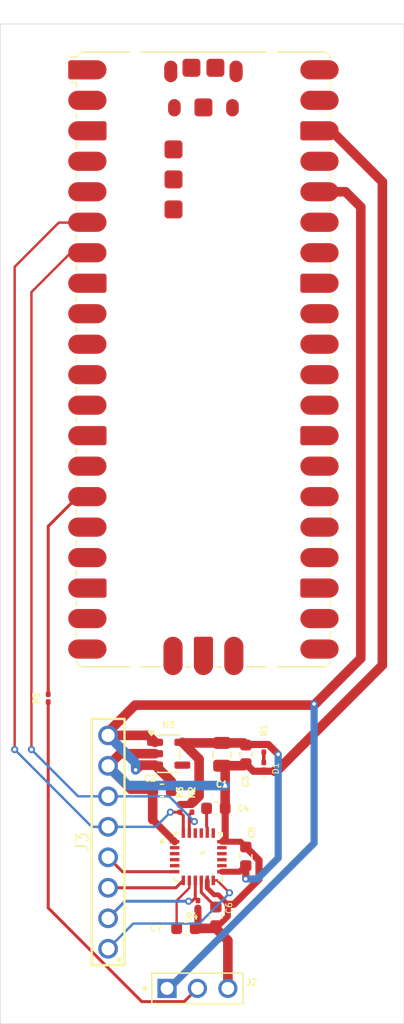
<source format=kicad_pcb>
(kicad_pcb (version 20241229) (generator "pcbnew") (generator_version "9.0")
  (layers (0 "F.Cu" signal) (2 "B.Cu" signal) (13 "F.Paste" user) (15 "B.Paste" user) (5 "F.SilkS" user "F.Silkscreen") (7 "B.SilkS" user "B.Silkscreen") (1 "F.Mask" user) (3 "B.Mask" user) (25 "Edge.Cuts" user))
  (net 0 "")
  (net 1 "+3.3V")
  (net 2 "Earth")
  (net 3 "+5V")
  (net 4 "Net-(U2-CPOUT)")
  (net 5 "Net-(U2-REGOUT)")
  (net 6 "Net-(U2-VLOGIC)")
  (net 7 "Net-(D1-A)")
  (net 8 "/ADO")
  (net 9 "/XCL")
  (net 10 "/SCL")
  (net 11 "/XDA")
  (net 12 "/SDA")
  (net 13 "/INT")
  (net 14 "/Din")
  (net 16 "Net-(U2-NC-Pad14)")
  (net 20 "/GP11")
  (footprint "Resistor_SMD:R_0201_0603Metric" (layer "F.Cu") (at 31.5 87.32 -90)
    (property "Reference" "R5" (at 0 1 90) (layer "F.SilkS") (effects (font (size 0.5 0.5) (thickness 0.125))))
    (property "Value" "330" (hide yes))
    (pad "1" smd roundrect (at -0.32 0 270) (size 0.46 0.4) (layers "F.Cu" "F.Mask") (net 20 "/GP11"))
    (pad "2" smd roundrect (at 0.32 0 270) (size 0.46 0.4) (layers "F.Cu" "F.Mask") (net 14 "/Din"))
  )
  (footprint "Resistor_SMD:R_0201_0603Metric" (layer "F.Cu") (at 49.5 91.5 -90)
    (property "Reference" "R1" (at -1.5 0 90) (layer "F.SilkS") (effects (font (size 0.5 0.5) (thickness 0.125))))
    (property "Value" "1K" (hide yes))
    (pad "1" smd roundrect (at -0.32 0 270) (size 0.46 0.4) (layers "F.Cu" "F.Mask") (net 1 "+3.3V"))
    (pad "2" smd roundrect (at 0.32 0 270) (size 0.46 0.4) (layers "F.Cu" "F.Mask") (net 7 "Net-(D1-A)"))
  )
  (footprint "LED_SMD:LED_0201_0603Metric" (layer "F.Cu") (at 49.5 93 90)
    (property "Reference" "D1" (at -0.18 1 90) (layer "F.SilkS") (effects (font (size 0.5 0.5) (thickness 0.075))))
    (property "Value" "LED" (hide yes))
    (fp_circle (center -0.86 0) (end -0.81 0) (stroke (width 0.1)) (fill no) (layer "F.SilkS"))
    (pad "1" smd roundrect (at -0.32 0 90) (size 0.46 0.4) (layers "F.Cu" "F.Mask") (net 2 "Earth"))
    (pad "2" smd roundrect (at 0.32 0 90) (size 0.46 0.4) (layers "F.Cu" "F.Mask") (net 7 "Net-(D1-A)"))
  )
  (footprint "Resistor_SMD:R_0201_0603Metric" (layer "F.Cu") (at 42.5 96.5 -90)
    (property "Reference" "R3" (at -1.32 0 90) (layer "F.SilkS") (effects (font (size 0.5 0.5) (thickness 0.125))))
    (property "Value" "2.2K" (hide yes))
    (pad "1" smd roundrect (at -0.32 0 270) (size 0.46 0.4) (layers "F.Cu" "F.Mask") (net 1 "+3.3V"))
    (pad "2" smd roundrect (at 0.32 0 270) (size 0.46 0.4) (layers "F.Cu" "F.Mask") (net 12 "/SDA"))
  )
  (footprint "Resistor_SMD:R_0201_0603Metric" (layer "F.Cu") (at 44 104.5 -90)
    (property "Reference" "R4" (at 1 0.5 180) (layer "F.SilkS") (effects (font (size 0.5 0.5) (thickness 0.125))))
    (property "Value" "4.7K" (hide yes))
    (pad "1" smd roundrect (at -0.32 0 270) (size 0.46 0.4) (layers "F.Cu" "F.Mask") (net 8 "/ADO"))
    (pad "2" smd roundrect (at 0.32 0 270) (size 0.46 0.4) (layers "F.Cu" "F.Mask") (net 2 "Earth"))
  )
  (footprint "Package_TO_SOT_SMD:SOT-23-5" (layer "F.Cu") (at 41.5625 91.95)
    (property "Reference" "U3" (at 0 -2.4 0) (layer "F.SilkS") (effects (font (size 0.5 0.5) (thickness 0.125))))
    (property "Value" "RT9193-33GB (3.3 LDO)" (hide yes))
    (fp_line (start -0.91 -1.56) (end 0.91 -1.56) (stroke (width 0.12)) (layer "F.SilkS"))
    (fp_line (start -0.91 -1.51) (end -0.91 -1.56) (stroke (width 0.12)) (layer "F.SilkS"))
    (fp_line (start -0.91 1.56) (end -0.91 1.51) (stroke (width 0.12)) (layer "F.SilkS"))
    (fp_line (start 0.91 -1.56) (end 0.91 -1.51) (stroke (width 0.12)) (layer "F.SilkS"))
    (fp_line (start 0.91 -0.39) (end 0.91 0.39) (stroke (width 0.12)) (layer "F.SilkS"))
    (fp_line (start 0.91 1.51) (end 0.91 1.56) (stroke (width 0.12)) (layer "F.SilkS"))
    (fp_line (start 0.91 1.56) (end -0.91 1.56) (stroke (width 0.12)) (layer "F.SilkS"))
    (fp_poly (pts (xy -1.45 -1.51) (xy -1.69 -1.84) (xy -1.21 -1.84)) (stroke (width 0.12)) (fill yes) (layer "F.SilkS"))
    (pad "1" smd roundrect (at -1.1375 -0.95) (size 1.325 0.6) (layers "F.Cu" "F.Mask" "F.Paste") (net 3 "+5V"))
    (pad "2" smd roundrect (at -1.1375 0) (size 1.325 0.6) (layers "F.Cu" "F.Mask" "F.Paste") (net 2 "Earth"))
    (pad "3" smd roundrect (at -1.1375 0.95) (size 1.325 0.6) (layers "F.Cu" "F.Mask" "F.Paste") (net 3 "+5V"))
    (pad "4" smd roundrect (at 1.1375 0.95) (size 1.325 0.6) (layers "F.Cu" "F.Mask" "F.Paste"))
    (pad "5" smd roundrect (at 1.1375 -0.95) (size 1.325 0.6) (layers "F.Cu" "F.Mask" "F.Paste") (net 1 "+3.3V"))
  )
  (footprint "Capacitor_SMD:C_0603_1608Metric" (layer "F.Cu") (at 41 95 180)
    (property "Reference" "C2" (at 1 1 0) (layer "F.SilkS") (effects (font (size 0.5 0.5) (thickness 0.125))))
    (property "Value" "4.7uF" (hide yes))
    (fp_line (start -0.14058 0.51) (end 0.14058 0.51) (stroke (width 0.12)) (layer "F.SilkS"))
    (fp_line (start -0.14058 -0.51) (end 0.14058 -0.51) (stroke (width 0.12)) (layer "F.SilkS"))
    (pad "1" smd roundrect (at -0.775 0 180) (size 0.9 0.95) (layers "F.Cu" "F.Mask" "F.Paste") (net 3 "+5V"))
    (pad "2" smd roundrect (at 0.775 0 180) (size 0.9 0.95) (layers "F.Cu" "F.Mask" "F.Paste") (net 2 "Earth"))
  )
  (footprint "Capacitor_SMD:C_0805_2012Metric" (layer "F.Cu") (at 46 92 -90)
    (property "Reference" "C1" (at 2.5 0 0) (layer "F.SilkS") (effects (font (size 0.5 0.5) (thickness 0.125))))
    (property "Value" "10uF" (hide yes))
    (fp_line (start -0.261252 0.735) (end 0.261252 0.735) (stroke (width 0.12)) (layer "F.SilkS"))
    (fp_line (start -0.261252 -0.735) (end 0.261252 -0.735) (stroke (width 0.12)) (layer "F.SilkS"))
    (pad "1" smd roundrect (at -0.95 0 270) (size 1 1.45) (layers "F.Cu" "F.Mask" "F.Paste") (net 1 "+3.3V"))
    (pad "2" smd roundrect (at 0.95 0 270) (size 1 1.45) (layers "F.Cu" "F.Mask" "F.Paste") (net 2 "Earth"))
  )
  (footprint "Capacitor_SMD:C_0603_1608Metric" (layer "F.Cu") (at 45.5 96.5)
    (property "Reference" "C4" (at 2.275 0.01 0) (layer "F.SilkS") (effects (font (size 0.5 0.5) (thickness 0.125))))
    (property "Value" "2200pF" (hide yes))
    (fp_line (start -0.14058 -0.51) (end 0.14058 -0.51) (stroke (width 0.12)) (layer "F.SilkS"))
    (fp_line (start -0.14058 0.51) (end 0.14058 0.51) (stroke (width 0.12)) (layer "F.SilkS"))
    (pad "1" smd roundrect (at -0.775 0) (size 0.9 0.95) (layers "F.Cu" "F.Mask" "F.Paste") (net 4 "Net-(U2-CPOUT)"))
    (pad "2" smd roundrect (at 0.775 0) (size 0.9 0.95) (layers "F.Cu" "F.Mask" "F.Paste") (net 2 "Earth"))
  )
  (footprint "Capacitor_SMD:C_0603_1608Metric" (layer "F.Cu") (at 43 106.5)
    (property "Reference" "C7" (at -2.5 0 0) (layer "F.SilkS") (effects (font (size 0.5 0.5) (thickness 0.075))))
    (property "Value" "0.01uF" (hide yes))
    (fp_line (start -0.14058 -0.51) (end 0.14058 -0.51) (stroke (width 0.12)) (layer "F.SilkS"))
    (fp_line (start -0.14058 0.51) (end 0.14058 0.51) (stroke (width 0.12)) (layer "F.SilkS"))
    (pad "1" smd roundrect (at -0.775 0) (size 0.9 0.95) (layers "F.Cu" "F.Mask" "F.Paste") (net 6 "Net-(U2-VLOGIC)"))
    (pad "2" smd roundrect (at 0.775 0) (size 0.9 0.95) (layers "F.Cu" "F.Mask" "F.Paste") (net 2 "Earth"))
  )
  (footprint "Capacitor_SMD:C_0603_1608Metric" (layer "F.Cu") (at 48 92 -90)
    (property "Reference" "C3" (at 2.275 0.02 90) (layer "F.SilkS") (effects (font (size 0.5 0.5) (thickness 0.125))))
    (property "Value" "0.1uF" (hide yes))
    (fp_line (start -0.14058 0.51) (end 0.14058 0.51) (stroke (width 0.12)) (layer "F.SilkS"))
    (fp_line (start -0.14058 -0.51) (end 0.14058 -0.51) (stroke (width 0.12)) (layer "F.SilkS"))
    (pad "1" smd roundrect (at -0.775 0 270) (size 0.9 0.95) (layers "F.Cu" "F.Mask" "F.Paste") (net 1 "+3.3V"))
    (pad "2" smd roundrect (at 0.775 0 270) (size 0.9 0.95) (layers "F.Cu" "F.Mask" "F.Paste") (net 2 "Earth"))
  )
  (footprint "Module:RaspberryPi_Pico_SMD" (layer "F.Cu") (at 44.46 59.1)
    (property "Reference" "U1" (hide yes))
    (property "Value" "RASPBERRY_PI_PICO")
    (fp_line (start -10.61 -23.07) (end -11.09 -23.07) (stroke (width 0.12)) (layer "F.SilkS"))
    (fp_line (start -10.61 -23.07) (end -10.61 -22.65) (stroke (width 0.12)) (layer "F.SilkS"))
    (fp_line (start -10.61 -20.53) (end -10.61 -20.11) (stroke (width 0.12)) (layer "F.SilkS"))
    (fp_line (start -10.61 -17.99) (end -10.61 -17.57) (stroke (width 0.12)) (layer "F.SilkS"))
    (fp_line (start -10.61 -15.45) (end -10.61 -15.03) (stroke (width 0.12)) (layer "F.SilkS"))
    (fp_line (start -10.61 -12.91) (end -10.61 -12.49) (stroke (width 0.12)) (layer "F.SilkS"))
    (fp_line (start -10.61 -10.37) (end -10.61 -9.95) (stroke (width 0.12)) (layer "F.SilkS"))
    (fp_line (start -10.61 -7.83) (end -10.61 -7.41) (stroke (width 0.12)) (layer "F.SilkS"))
    (fp_line (start -10.61 -5.29) (end -10.61 -4.87) (stroke (width 0.12)) (layer "F.SilkS"))
    (fp_line (start -10.61 -2.75) (end -10.61 -2.33) (stroke (width 0.12)) (layer "F.SilkS"))
    (fp_line (start -10.61 -0.21) (end -10.61 0.21) (stroke (width 0.12)) (layer "F.SilkS"))
    (fp_line (start -10.61 2.33) (end -10.61 2.75) (stroke (width 0.12)) (layer "F.SilkS"))
    (fp_line (start -10.61 4.87) (end -10.61 5.29) (stroke (width 0.12)) (layer "F.SilkS"))
    (fp_line (start -10.61 7.41) (end -10.61 7.83) (stroke (width 0.12)) (layer "F.SilkS"))
    (fp_line (start -10.61 9.95) (end -10.61 10.37) (stroke (width 0.12)) (layer "F.SilkS"))
    (fp_line (start -10.61 12.49) (end -10.61 12.91) (stroke (width 0.12)) (layer "F.SilkS"))
    (fp_line (start -10.61 15.03) (end -10.61 15.45) (stroke (width 0.12)) (layer "F.SilkS"))
    (fp_line (start -10.61 17.57) (end -10.61 17.99) (stroke (width 0.12)) (layer "F.SilkS"))
    (fp_line (start -10.61 20.11) (end -10.61 20.53) (stroke (width 0.12)) (layer "F.SilkS"))
    (fp_line (start -10.61 22.65) (end -10.61 23.07) (stroke (width 0.12)) (layer "F.SilkS"))
    (fp_line (start -10.579676 -25.19) (end -11.09 -25.19) (stroke (width 0.12)) (layer "F.SilkS"))
    (fp_line (start -10 -25.61) (end -7.51 -25.61) (stroke (width 0.12)) (layer "F.SilkS"))
    (fp_line (start -10 25.61) (end -6.162061 25.61) (stroke (width 0.12)) (layer "F.SilkS"))
    (fp_line (start -7.51 -25.61) (end -6.16206 -25.61) (stroke (width 0.12)) (layer "F.SilkS"))
    (fp_line (start -5.237939 -25.61) (end -4.235 -25.61) (stroke (width 0.12)) (layer "F.SilkS"))
    (fp_line (start -4.235 -25.61) (end 4.235 -25.61) (stroke (width 0.12)) (layer "F.SilkS"))
    (fp_line (start -3.6 25.61) (end -5.237939 25.61) (stroke (width 0.12)) (layer "F.SilkS"))
    (fp_line (start -1.48 25.61) (end -1.06 25.61) (stroke (width 0.12)) (layer "F.SilkS"))
    (fp_line (start 1.06 25.61) (end 1.48 25.61) (stroke (width 0.12)) (layer "F.SilkS"))
    (fp_line (start 4.235 -25.61) (end 5.237939 -25.61) (stroke (width 0.12)) (layer "F.SilkS"))
    (fp_line (start 5.237939 25.61) (end 3.6 25.61) (stroke (width 0.12)) (layer "F.SilkS"))
    (fp_line (start 6.162061 -25.61) (end 7.51 -25.61) (stroke (width 0.12)) (layer "F.SilkS"))
    (fp_line (start 6.162061 25.61) (end 10 25.61) (stroke (width 0.12)) (layer "F.SilkS"))
    (fp_line (start 10 -25.61) (end 7.51 -25.61) (stroke (width 0.12)) (layer "F.SilkS"))
    (fp_line (start 10.61 -23.07) (end 10.61 -22.65) (stroke (width 0.12)) (layer "F.SilkS"))
    (fp_line (start 10.61 -20.53) (end 10.61 -20.11) (stroke (width 0.12)) (layer "F.SilkS"))
    (fp_line (start 10.61 -17.99) (end 10.61 -17.57) (stroke (width 0.12)) (layer "F.SilkS"))
    (fp_line (start 10.61 -15.45) (end 10.61 -15.03) (stroke (width 0.12)) (layer "F.SilkS"))
    (fp_line (start 10.61 -12.91) (end 10.61 -12.49) (stroke (width 0.12)) (layer "F.SilkS"))
    (fp_line (start 10.61 -10.37) (end 10.61 -9.95) (stroke (width 0.12)) (layer "F.SilkS"))
    (fp_line (start 10.61 -7.83) (end 10.61 -7.41) (stroke (width 0.12)) (layer "F.SilkS"))
    (fp_line (start 10.61 -5.29) (end 10.61 -4.87) (stroke (width 0.12)) (layer "F.SilkS"))
    (fp_line (start 10.61 -2.75) (end 10.61 -2.33) (stroke (width 0.12)) (layer "F.SilkS"))
    (fp_line (start 10.61 -0.21) (end 10.61 0.21) (stroke (width 0.12)) (layer "F.SilkS"))
    (fp_line (start 10.61 2.33) (end 10.61 2.75) (stroke (width 0.12)) (layer "F.SilkS"))
    (fp_line (start 10.61 4.87) (end 10.61 5.29) (stroke (width 0.12)) (layer "F.SilkS"))
    (fp_line (start 10.61 7.41) (end 10.61 7.83) (stroke (width 0.12)) (layer "F.SilkS"))
    (fp_line (start 10.61 9.95) (end 10.61 10.37) (stroke (width 0.12)) (layer "F.SilkS"))
    (fp_line (start 10.61 12.49) (end 10.61 12.91) (stroke (width 0.12)) (layer "F.SilkS"))
    (fp_line (start 10.61 15.03) (end 10.61 15.45) (stroke (width 0.12)) (layer "F.SilkS"))
    (fp_line (start 10.61 17.57) (end 10.61 17.99) (stroke (width 0.12)) (layer "F.SilkS"))
    (fp_line (start 10.61 20.11) (end 10.61 20.53) (stroke (width 0.12)) (layer "F.SilkS"))
    (fp_line (start 10.61 22.65) (end 10.61 23.07) (stroke (width 0.12)) (layer "F.SilkS"))
    (fp_arc (start -10.579676 -25.19) (mid -10.357938 -25.493944) (end -10 -25.61) (stroke (width 0.12)) (layer "F.SilkS"))
    (fp_arc (start -10 25.61) (mid -10.357937 25.493944) (end -10.579676 25.189937) (stroke (width 0.12)) (layer "F.SilkS"))
    (fp_arc (start 10 -25.61) (mid 10.357937 -25.493944) (end 10.579676 -25.189937) (stroke (width 0.12)) (layer "F.SilkS"))
    (fp_arc (start 10.579676 25.189937) (mid 10.357958 25.493991) (end 10 25.61) (stroke (width 0.12)) (layer "F.SilkS"))
    (pad "" smd rect (at -8.89 -24.13) (size 3.8 2.2) (drill (offset -0.8 0)) (layers "F.Paste"))
    (pad "" smd rect (at -8.89 -21.59) (size 3.8 2.2) (drill (offset -0.8 0)) (layers "F.Paste"))
    (pad "" smd rect (at -8.89 -19.05) (size 3.8 2.2) (drill (offset -0.8 0)) (layers "F.Paste"))
    (pad "" smd rect (at -8.89 -16.51) (size 3.8 2.2) (drill (offset -0.8 0)) (layers "F.Paste"))
    (pad "" smd rect (at -8.89 -13.97) (size 3.8 2.2) (drill (offset -0.8 0)) (layers "F.Paste"))
    (pad "" smd rect (at -8.89 -11.43) (size 3.8 2.2) (drill (offset -0.8 0)) (layers "F.Paste"))
    (pad "" smd rect (at -8.89 -8.89) (size 3.8 2.2) (drill (offset -0.8 0)) (layers "F.Paste"))
    (pad "" smd rect (at -8.89 -6.35) (size 3.8 2.2) (drill (offset -0.8 0)) (layers "F.Paste"))
    (pad "" smd rect (at -8.89 -3.81) (size 3.8 2.2) (drill (offset -0.8 0)) (layers "F.Paste"))
    (pad "" smd rect (at -8.89 -1.27) (size 3.8 2.2) (drill (offset -0.8 0)) (layers "F.Paste"))
    (pad "" smd rect (at -8.89 1.27) (size 3.8 2.2) (drill (offset -0.8 0)) (layers "F.Paste"))
    (pad "" smd rect (at -8.89 3.81) (size 3.8 2.2) (drill (offset -0.8 0)) (layers "F.Paste"))
    (pad "" smd rect (at -8.89 6.35) (size 3.8 2.2) (drill (offset -0.8 0)) (layers "F.Paste"))
    (pad "" smd rect (at -8.89 8.89) (size 3.8 2.2) (drill (offset -0.8 0)) (layers "F.Paste"))
    (pad "" smd rect (at -8.89 11.43) (size 3.8 2.2) (drill (offset -0.8 0)) (layers "F.Paste"))
    (pad "" smd rect (at -8.89 13.97) (size 3.8 2.2) (drill (offset -0.8 0)) (layers "F.Paste"))
    (pad "" smd rect (at -8.89 16.51) (size 3.8 2.2) (drill (offset -0.8 0)) (layers "F.Paste"))
    (pad "" smd rect (at -8.89 19.05) (size 3.8 2.2) (drill (offset -0.8 0)) (layers "F.Paste"))
    (pad "" smd rect (at -8.89 21.59) (size 3.8 2.2) (drill (offset -0.8 0)) (layers "F.Paste"))
    (pad "" smd rect (at -8.89 24.13) (size 3.8 2.2) (drill (offset -0.8 0)) (layers "F.Paste"))
    (pad "" smd oval (at -2.725 -24) (size 1.1 1.8) (layers "F.Cu" "F.Mask" "F.Paste"))
    (pad "" smd rect (at -2.54 23.9) (size 2.2 3.8) (drill (offset 0 0.8)) (layers "F.Paste"))
    (pad "" smd oval (at -2.425 -20.97) (size 1.05 1.45) (layers "F.Cu" "F.Mask" "F.Paste"))
    (pad "" smd rect (at 0 23.9) (size 2.2 3.8) (drill (offset 0 0.8)) (layers "F.Paste"))
    (pad "" smd oval (at 2.425 -20.97) (size 1.05 1.45) (layers "F.Cu" "F.Mask" "F.Paste"))
    (pad "" smd rect (at 2.54 23.9) (size 2.2 3.8) (drill (offset 0 0.8)) (layers "F.Paste"))
    (pad "" smd oval (at 2.725 -24) (size 1.1 1.8) (layers "F.Cu" "F.Mask" "F.Paste"))
    (pad "" smd rect (at 8.89 -24.13) (size 3.8 2.2) (drill (offset 0.8 0)) (layers "F.Paste"))
    (pad "" smd rect (at 8.89 -21.59) (size 3.8 2.2) (drill (offset 0.8 0)) (layers "F.Paste"))
    (pad "" smd rect (at 8.89 -19.05) (size 3.8 2.2) (drill (offset 0.8 0)) (layers "F.Paste"))
    (pad "" smd rect (at 8.89 -16.51) (size 3.8 2.2) (drill (offset 0.8 0)) (layers "F.Paste"))
    (pad "" smd rect (at 8.89 -13.97) (size 3.8 2.2) (drill (offset 0.8 0)) (layers "F.Paste"))
    (pad "" smd rect (at 8.89 -11.43) (size 3.8 2.2) (drill (offset 0.8 0)) (layers "F.Paste"))
    (pad "" smd rect (at 8.89 -8.89) (size 3.8 2.2) (drill (offset 0.8 0)) (layers "F.Paste"))
    (pad "" smd rect (at 8.89 -6.35) (size 3.8 2.2) (drill (offset 0.8 0)) (layers "F.Paste"))
    (pad "" smd rect (at 8.89 -3.81) (size 3.8 2.2) (drill (offset 0.8 0)) (layers "F.Paste"))
    (pad "" smd rect (at 8.89 -1.27) (size 3.8 2.2) (drill (offset 0.8 0)) (layers "F.Paste"))
    (pad "" smd rect (at 8.89 1.27) (size 3.8 2.2) (drill (offset 0.8 0)) (layers "F.Paste"))
    (pad "" smd rect (at 8.89 3.81) (size 3.8 2.2) (drill (offset 0.8 0)) (layers "F.Paste"))
    (pad "" smd rect (at 8.89 6.35) (size 3.8 2.2) (drill (offset 0.8 0)) (layers "F.Paste"))
    (pad "" smd rect (at 8.89 8.89) (size 3.8 2.2) (drill (offset 0.8 0)) (layers "F.Paste"))
    (pad "" smd rect (at 8.89 11.43) (size 3.8 2.2) (drill (offset 0.8 0)) (layers "F.Paste"))
    (pad "" smd rect (at 8.89 13.97) (size 3.8 2.2) (drill (offset 0.8 0)) (layers "F.Paste"))
    (pad "" smd rect (at 8.89 16.51) (size 3.8 2.2) (drill (offset 0.8 0)) (layers "F.Paste"))
    (pad "" smd rect (at 8.89 19.05) (size 3.8 2.2) (drill (offset 0.8 0)) (layers "F.Paste"))
    (pad "" smd rect (at 8.89 21.59) (size 3.8 2.2) (drill (offset 0.8 0)) (layers "F.Paste"))
    (pad "" smd rect (at 8.89 24.13) (size 3.8 2.2) (drill (offset 0.8 0)) (layers "F.Paste"))
    (pad "1" smd custom (at -9.69 -24.13) (size 1.6 0.8) (layers "F.Cu" "F.Mask") (options (clearance outline) (anchor rect)) (primitives (gr_circle (center 0.8 0) (end 1.6 0) (width 0) (fill yes)) (gr_poly (pts (xy -1.6 -0.6) (xy -1.6 0.6) (xy -1.4 0.8) (xy 0.8 0.8) (xy 0.8 -0.8) (xy -1.4 -0.8)) (width 0) (fill yes)) (gr_circle (center -1.4 -0.6) (end -1.2 -0.6) (width 0) (fill yes)) (gr_circle (center -1.4 0.6) (end -1.2 0.6) (width 0) (fill yes))))
    (pad "2" smd roundrect (at -9.69 -21.59) (size 3.2 1.6) (layers "F.Cu" "F.Mask") (roundrect_rratio 0.5))
    (pad "3" smd custom (at -9.69 -19.05) (size 1.6 0.8) (layers "F.Cu" "F.Mask") (options (clearance outline) (anchor rect)) (primitives (gr_circle (center -0.8 0) (end 0 0) (width 0) (fill yes)) (gr_poly (pts (xy 1.6 -0.6) (xy 1.6 0.6) (xy 1.4 0.8) (xy -0.8 0.8) (xy -0.8 -0.8) (xy 1.4 -0.8)) (width 0) (fill yes)) (gr_circle (center 1.4 -0.6) (end 1.6 -0.6) (width 0) (fill yes)) (gr_circle (center 1.4 0.6) (end 1.6 0.6) (width 0) (fill yes))))
    (pad "4" smd roundrect (at -9.69 -16.51) (size 3.2 1.6) (layers "F.Cu" "F.Mask") (roundrect_rratio 0.5))
    (pad "5" smd roundrect (at -9.69 -13.97) (size 3.2 1.6) (layers "F.Cu" "F.Mask") (roundrect_rratio 0.5))
    (pad "6" smd roundrect (at -9.69 -11.43) (size 3.2 1.6) (layers "F.Cu" "F.Mask") (roundrect_rratio 0.5))
    (pad "7" smd roundrect (at -9.69 -8.89) (size 3.2 1.6) (layers "F.Cu" "F.Mask") (roundrect_rratio 0.5))
    (pad "8" smd custom (at -9.69 -6.35) (size 1.6 0.8) (layers "F.Cu" "F.Mask") (options (clearance outline) (anchor rect)) (primitives (gr_circle (center -0.8 0) (end 0 0) (width 0) (fill yes)) (gr_poly (pts (xy 1.6 -0.6) (xy 1.6 0.6) (xy 1.4 0.8) (xy -0.8 0.8) (xy -0.8 -0.8) (xy 1.4 -0.8)) (width 0) (fill yes)) (gr_circle (center 1.4 -0.6) (end 1.6 -0.6) (width 0) (fill yes)) (gr_circle (center 1.4 0.6) (end 1.6 0.6) (width 0) (fill yes))))
    (pad "9" smd roundrect (at -9.69 -3.81) (size 3.2 1.6) (layers "F.Cu" "F.Mask") (roundrect_rratio 0.5))
    (pad "10" smd roundrect (at -9.69 -1.27) (size 3.2 1.6) (layers "F.Cu" "F.Mask") (roundrect_rratio 0.5))
    (pad "11" smd roundrect (at -9.69 1.27) (size 3.2 1.6) (layers "F.Cu" "F.Mask") (roundrect_rratio 0.5))
    (pad "12" smd roundrect (at -9.69 3.81) (size 3.2 1.6) (layers "F.Cu" "F.Mask") (roundrect_rratio 0.5))
    (pad "13" smd custom (at -9.69 6.35) (size 1.6 0.8) (layers "F.Cu" "F.Mask") (options (clearance outline) (anchor rect)) (primitives (gr_circle (center -0.8 0) (end 0 0) (width 0) (fill yes)) (gr_poly (pts (xy 1.6 -0.6) (xy 1.6 0.6) (xy 1.4 0.8) (xy -0.8 0.8) (xy -0.8 -0.8) (xy 1.4 -0.8)) (width 0) (fill yes)) (gr_circle (center 1.4 -0.6) (end 1.6 -0.6) (width 0) (fill yes)) (gr_circle (center 1.4 0.6) (end 1.6 0.6) (width 0) (fill yes))))
    (pad "14" smd roundrect (at -9.69 8.89) (size 3.2 1.6) (layers "F.Cu" "F.Mask") (roundrect_rratio 0.5))
    (pad "15" smd roundrect (at -9.69 11.43) (size 3.2 1.6) (layers "F.Cu" "F.Mask") (roundrect_rratio 0.5))
    (pad "16" smd roundrect (at -9.69 13.97) (size 3.2 1.6) (layers "F.Cu" "F.Mask") (roundrect_rratio 0.5))
    (pad "17" smd roundrect (at -9.69 16.51) (size 3.2 1.6) (layers "F.Cu" "F.Mask") (roundrect_rratio 0.5))
    (pad "18" smd custom (at -9.69 19.05) (size 1.6 0.8) (layers "F.Cu" "F.Mask") (options (clearance outline) (anchor rect)) (primitives (gr_circle (center -0.8 0) (end 0 0) (width 0) (fill yes)) (gr_poly (pts (xy 1.6 -0.6) (xy 1.6 0.6) (xy 1.4 0.8) (xy -0.8 0.8) (xy -0.8 -0.8) (xy 1.4 -0.8)) (width 0) (fill yes)) (gr_circle (center 1.4 -0.6) (end 1.6 -0.6) (width 0) (fill yes)) (gr_circle (center 1.4 0.6) (end 1.6 0.6) (width 0) (fill yes))))
    (pad "19" smd roundrect (at -9.69 21.59) (size 3.2 1.6) (layers "F.Cu" "F.Mask") (roundrect_rratio 0.5))
    (pad "20" smd roundrect (at -9.69 24.13) (size 3.2 1.6) (layers "F.Cu" "F.Mask") (roundrect_rratio 0.5))
    (pad "21" smd roundrect (at 9.69 24.13) (size 3.2 1.6) (layers "F.Cu" "F.Mask") (roundrect_rratio 0.5))
    (pad "22" smd roundrect (at 9.69 21.59) (size 3.2 1.6) (layers "F.Cu" "F.Mask") (roundrect_rratio 0.5))
    (pad "23" smd custom (at 9.69 19.05) (size 1.6 0.8) (layers "F.Cu" "F.Mask") (options (clearance outline) (anchor rect)) (primitives (gr_circle (center 0.8 0) (end 1.6 0) (width 0) (fill yes)) (gr_poly (pts (xy -1.6 -0.6) (xy -1.6 0.6) (xy -1.4 0.8) (xy 0.8 0.8) (xy 0.8 -0.8) (xy -1.4 -0.8)) (width 0) (fill yes)) (gr_circle (center -1.4 -0.6) (end -1.2 -0.6) (width 0) (fill yes)) (gr_circle (center -1.4 0.6) (end -1.2 0.6) (width 0) (fill yes))))
    (pad "24" smd roundrect (at 9.69 16.51) (size 3.2 1.6) (layers "F.Cu" "F.Mask") (roundrect_rratio 0.5))
    (pad "25" smd roundrect (at 9.69 13.97) (size 3.2 1.6) (layers "F.Cu" "F.Mask") (roundrect_rratio 0.5))
    (pad "26" smd roundrect (at 9.69 11.43) (size 3.2 1.6) (layers "F.Cu" "F.Mask") (roundrect_rratio 0.5))
    (pad "27" smd roundrect (at 9.69 8.89) (size 3.2 1.6) (layers "F.Cu" "F.Mask") (roundrect_rratio 0.5))
    (pad "28" smd custom (at 9.69 6.35) (size 1.6 0.8) (layers "F.Cu" "F.Mask") (options (clearance outline) (anchor rect)) (primitives (gr_circle (center 0.8 0) (end 1.6 0) (width 0) (fill yes)) (gr_poly (pts (xy -1.6 -0.6) (xy -1.6 0.6) (xy -1.4 0.8) (xy 0.8 0.8) (xy 0.8 -0.8) (xy -1.4 -0.8)) (width 0) (fill yes)) (gr_circle (center -1.4 -0.6) (end -1.2 -0.6) (width 0) (fill yes)) (gr_circle (center -1.4 0.6) (end -1.2 0.6) (width 0) (fill yes))))
    (pad "29" smd roundrect (at 9.69 3.81) (size 3.2 1.6) (layers "F.Cu" "F.Mask") (roundrect_rratio 0.5))
    (pad "30" smd roundrect (at 9.69 1.27) (size 3.2 1.6) (layers "F.Cu" "F.Mask") (roundrect_rratio 0.5))
    (pad "31" smd roundrect (at 9.69 -1.27) (size 3.2 1.6) (layers "F.Cu" "F.Mask") (roundrect_rratio 0.5))
    (pad "32" smd roundrect (at 9.69 -3.81) (size 3.2 1.6) (layers "F.Cu" "F.Mask") (roundrect_rratio 0.5))
    (pad "33" smd custom (at 9.69 -6.35) (size 1.6 0.8) (layers "F.Cu" "F.Mask") (options (clearance outline) (anchor rect)) (primitives (gr_circle (center 0.8 0) (end 1.6 0) (width 0) (fill yes)) (gr_poly (pts (xy -1.6 -0.6) (xy -1.6 0.6) (xy -1.4 0.8) (xy 0.8 0.8) (xy 0.8 -0.8) (xy -1.4 -0.8)) (width 0) (fill yes)) (gr_circle (center -1.4 -0.6) (end -1.2 -0.6) (width 0) (fill yes)) (gr_circle (center -1.4 0.6) (end -1.2 0.6) (width 0) (fill yes))))
    (pad "34" smd roundrect (at 9.69 -8.89) (size 3.2 1.6) (layers "F.Cu" "F.Mask") (roundrect_rratio 0.5))
    (pad "35" smd roundrect (at 9.69 -11.43) (size 3.2 1.6) (layers "F.Cu" "F.Mask") (roundrect_rratio 0.5))
    (pad "36" smd roundrect (at 9.69 -13.97) (size 3.2 1.6) (layers "F.Cu" "F.Mask") (roundrect_rratio 0.5))
    (pad "37" smd roundrect (at 9.69 -16.51) (size 3.2 1.6) (layers "F.Cu" "F.Mask") (roundrect_rratio 0.5))
    (pad "38" smd custom (at 9.69 -19.05) (size 1.6 0.8) (layers "F.Cu" "F.Mask") (options (clearance outline) (anchor rect)) (primitives (gr_circle (center 0.8 0) (end 1.6 0) (width 0) (fill yes)) (gr_poly (pts (xy -1.6 -0.6) (xy -1.6 0.6) (xy -1.4 0.8) (xy 0.8 0.8) (xy 0.8 -0.8) (xy -1.4 -0.8)) (width 0) (fill yes)) (gr_circle (center -1.4 -0.6) (end -1.2 -0.6) (width 0) (fill yes)) (gr_circle (center -1.4 0.6) (end -1.2 0.6) (width 0) (fill yes))))
    (pad "39" smd roundrect (at 9.69 -21.59) (size 3.2 1.6) (layers "F.Cu" "F.Mask") (roundrect_rratio 0.5))
    (pad "40" smd roundrect (at 9.69 -24.13) (size 3.2 1.6) (layers "F.Cu" "F.Mask") (roundrect_rratio 0.5))
    (pad "D1" smd roundrect (at -2.54 23.9 90) (size 3.2 1.6) (drill (offset -0.8 0)) (layers "F.Cu" "F.Mask") (roundrect_rratio 0.5))
    (pad "D2" smd custom (at 0 23.9 270) (size 1.6 1.6) (layers "F.Cu" "F.Mask") (options (clearance outline) (anchor circle)) (primitives (gr_poly (pts (xy -0.8 -0.6) (xy -0.8 0.6) (xy -0.6 0.8) (xy 1.6 0.8) (xy 1.6 -0.8) (xy -0.6 -0.8)) (width 0) (fill yes)) (gr_circle (center -0.6 0.6) (end -0.4 0.6) (width 0) (fill yes)) (gr_circle (center -0.6 -0.6) (end -0.4 -0.6) (width 0) (fill yes)) (gr_circle (center 1.6 0) (end 2.4 0) (width 0) (fill yes))))
    (pad "D3" smd roundrect (at 2.54 23.9 90) (size 3.2 1.6) (drill (offset -0.8 0)) (layers "F.Cu" "F.Mask") (roundrect_rratio 0.5))
    (pad "TP1" smd roundrect (at 0 -21) (size 1.5 1.5) (layers "F.Cu" "F.Mask" "F.Paste") (roundrect_rratio 0.2))
    (pad "TP2" smd roundrect (at 1 -24.3) (size 1.5 1.5) (layers "F.Cu" "F.Mask" "F.Paste") (roundrect_rratio 0.2))
    (pad "TP3" smd roundrect (at -1 -24.3) (size 1.5 1.5) (layers "F.Cu" "F.Mask" "F.Paste") (roundrect_rratio 0.2))
    (pad "TP4" smd roundrect (at -2.5 -17.5) (size 1.5 1.5) (layers "F.Cu" "F.Mask" "F.Paste") (roundrect_rratio 0.2))
    (pad "TP5" smd roundrect (at -2.5 -15) (size 1.5 1.5) (layers "F.Cu" "F.Mask" "F.Paste") (roundrect_rratio 0.2))
    (pad "TP6" smd roundrect (at -2.5 -12.5) (size 1.5 1.5) (layers "F.Cu" "F.Mask" "F.Paste") (roundrect_rratio 0.2))
  )
  (footprint "M20-9990345:HARWIN_M20-9990345" (layer "F.Cu") (at 43.96 111.5)
    (property "Reference" "J2" (at 4.54 -0.5 0) (layer "F.SilkS") (effects (font (size 0.5 0.5) (thickness 0.125))))
    (property "Value" "LED INPUT (3 pins)")
    (fp_line (start -3.81 -1.27) (end 3.81 -1.27) (stroke (width 0.127)) (layer "F.SilkS"))
    (fp_line (start -3.81 1.27) (end -3.81 -1.27) (stroke (width 0.127)) (layer "F.SilkS"))
    (fp_line (start -3.81 1.27) (end 3.81 1.27) (stroke (width 0.127)) (layer "F.SilkS"))
    (fp_line (start 3.81 1.27) (end 3.81 -1.27) (stroke (width 0.127)) (layer "F.SilkS"))
    (fp_circle (center -4.37 0) (end -4.37 -0.1) (stroke (width 0.2)) (fill no) (layer "F.SilkS"))
    (pad "1" thru_hole rect (at -2.54 0) (size 1.605 1.605) (drill 1.07) (layers "*.Cu" "*.Mask") (net 3 "+5V") (padstack (mode front_inner_back) (layer "Inner" (shape circle) (size 1.605 1.605)) (layer "B.Cu" (shape rect) (size 1.605 1.605))))
    (pad "2" thru_hole circle (at 0 0) (size 1.605 1.605) (drill 1.07) (layers "*.Cu" "*.Mask") (net 14 "/Din"))
    (pad "3" thru_hole circle (at 2.54 0) (size 1.605 1.605) (drill 1.07) (layers "*.Cu" "*.Mask") (net 2 "Earth"))
  )
  (footprint "6130XX11121_61300811121:61300811121" (layer "F.Cu") (at 36.5 99.31 90)
    (property "Reference" "J3" (at 0 -2.17 90) (layer "F.SilkS"))
    (property "Value" "6130XX11121_61300811121" (hide yes))
    (fp_line (start -10.26 -1.37) (end 10.26 -1.37) (stroke (width 0.2)) (layer "F.SilkS"))
    (fp_line (start 10.26 1.37) (end 10.26 -1.37) (stroke (width 0.2)) (layer "F.SilkS"))
    (fp_line (start -10.26 1.37) (end -10.26 -1.37) (stroke (width 0.2)) (layer "F.SilkS"))
    (fp_line (start -10.26 1.37) (end 10.26 1.37) (stroke (width 0.2)) (layer "F.SilkS"))
    (fp_circle (center -9.8 0.9) (end -9.8 0.8) (stroke (width 0.2)) (fill no) (layer "F.SilkS"))
    (pad "1" thru_hole circle (at -8.89 0 90) (size 1.65 1.65) (drill 1.1) (layers "*.Cu" "*.Mask") (net 13 "/INT"))
    (pad "2" thru_hole circle (at -6.35 0 90) (size 1.65 1.65) (drill 1.1) (layers "*.Cu" "*.Mask") (net 8 "/ADO"))
    (pad "3" thru_hole circle (at -3.81 0 90) (size 1.65 1.65) (drill 1.1) (layers "*.Cu" "*.Mask") (net 9 "/XCL"))
    (pad "4" thru_hole circle (at -1.27 0 90) (size 1.65 1.65) (drill 1.1) (layers "*.Cu" "*.Mask") (net 11 "/XDA"))
    (pad "5" thru_hole circle (at 1.27 0 90) (size 1.65 1.65) (drill 1.1) (layers "*.Cu" "*.Mask") (net 12 "/SDA"))
    (pad "6" thru_hole circle (at 3.81 0 90) (size 1.65 1.65) (drill 1.1) (layers "*.Cu" "*.Mask") (net 10 "/SCL"))
    (pad "7" thru_hole circle (at 6.35 0 90) (size 1.65 1.65) (drill 1.1) (layers "*.Cu" "*.Mask") (net 2 "Earth"))
    (pad "8" thru_hole circle (at 8.89 0 90) (size 1.65 1.65) (drill 1.1) (layers "*.Cu" "*.Mask") (net 3 "+5V"))
  )
  (footprint "Capacitor_SMD:C_0603_1608Metric" (layer "F.Cu") (at 48 100.5 90)
    (property "Reference" "C5" (at 2 0.5 90) (layer "F.SilkS") (effects (font (size 0.5 0.5) (thickness 0.125))))
    (property "Value" "0.1uF" (hide yes))
    (fp_line (start -0.14058 -0.51) (end 0.14058 -0.51) (stroke (width 0.12)) (layer "F.SilkS"))
    (fp_line (start -0.14058 0.51) (end 0.14058 0.51) (stroke (width 0.12)) (layer "F.SilkS"))
    (pad "1" smd roundrect (at -0.775 0 90) (size 0.9 0.95) (layers "F.Cu" "F.Paste") (net 1 "+3.3V"))
    (pad "2" smd roundrect (at 0.775 0 90) (size 0.9 0.95) (layers "F.Cu" "F.Mask" "F.Paste") (net 2 "Earth"))
  )
  (footprint "Resistor_SMD:R_0201_0603Metric" (layer "F.Cu") (at 43.5 96.5 -90)
    (property "Reference" "R2" (at -1.32 0 90) (layer "F.SilkS") (effects (font (size 0.5 0.5) (thickness 0.125))))
    (property "Value" "2.2K" (hide yes))
    (pad "1" smd roundrect (at -0.32 0 270) (size 0.46 0.4) (layers "F.Cu" "F.Mask") (net 1 "+3.3V"))
    (pad "2" smd roundrect (at 0.32 0 270) (size 0.46 0.4) (layers "F.Cu" "F.Mask") (net 10 "/SCL"))
  )
  (footprint "MPU-6050:QFN50P400X400X95-24N" (layer "F.Cu") (at 44.03 100.53)
    (property "Reference" "U2" (at 0.37 -0.33 0) (layer "F.SilkS") (effects (font (size 0.25 0.25) (thickness 0.0625))))
    (property "Value" "MPU-6050")
    (fp_line (start -2 -2) (end -1.705 -2) (stroke (width 0.127)) (layer "F.SilkS"))
    (fp_line (start -2 -1.705) (end -2 -2) (stroke (width 0.127)) (layer "F.SilkS"))
    (fp_line (start -2 2) (end -2 1.705) (stroke (width 0.127)) (layer "F.SilkS"))
    (fp_line (start -2 2) (end -1.705 2) (stroke (width 0.127)) (layer "F.SilkS"))
    (fp_line (start 1.705 -2) (end 2 -2) (stroke (width 0.127)) (layer "F.SilkS"))
    (fp_line (start 1.705 2) (end 2 2) (stroke (width 0.127)) (layer "F.SilkS"))
    (fp_line (start 2 -1.705) (end 2 -2) (stroke (width 0.127)) (layer "F.SilkS"))
    (fp_line (start 2 2) (end 2 1.705) (stroke (width 0.127)) (layer "F.SilkS"))
    (fp_circle (center -3 -1.25) (end -3 -1.35) (stroke (width 0.2)) (fill no) (layer "F.SilkS"))
    (pad "1" smd rect (at -1.97 -1.25) (size 0.79 0.28) (layers "F.Cu" "F.Mask" "F.Paste") (net 2 "Earth"))
    (pad "2" smd rect (at -1.97 -0.75) (size 0.79 0.28) (layers "F.Cu" "F.Mask" "F.Paste") (net 16 "Net-(U2-NC-Pad14)"))
    (pad "3" smd rect (at -1.97 -0.25) (size 0.79 0.28) (layers "F.Cu" "F.Mask" "F.Paste") (net 16 "Net-(U2-NC-Pad14)"))
    (pad "4" smd rect (at -1.97 0.25) (size 0.79 0.28) (layers "F.Cu" "F.Mask" "F.Paste") (net 16 "Net-(U2-NC-Pad14)"))
    (pad "5" smd rect (at -1.97 0.75) (size 0.79 0.28) (layers "F.Cu" "F.Mask" "F.Paste") (net 16 "Net-(U2-NC-Pad14)"))
    (pad "6" smd rect (at -1.97 1.25) (size 0.79 0.28) (layers "F.Cu" "F.Mask" "F.Paste") (net 11 "/XDA"))
    (pad "7" smd rect (at -1.25 1.97) (size 0.28 0.79) (layers "F.Cu" "F.Mask" "F.Paste") (net 9 "/XCL"))
    (pad "8" smd rect (at -0.75 1.97) (size 0.28 0.79) (layers "F.Cu" "F.Mask" "F.Paste") (net 6 "Net-(U2-VLOGIC)"))
    (pad "9" smd rect (at -0.25 1.97) (size 0.28 0.79) (layers "F.Cu" "F.Mask" "F.Paste") (net 8 "/ADO"))
    (pad "10" smd rect (at 0.25 1.97) (size 0.28 0.79) (layers "F.Cu" "F.Mask" "F.Paste") (net 5 "Net-(U2-REGOUT)"))
    (pad "11" smd rect (at 0.75 1.97) (size 0.28 0.79) (layers "F.Cu" "F.Mask" "F.Paste") (net 2 "Earth"))
    (pad "12" smd rect (at 1.25 1.97) (size 0.28 0.79) (layers "F.Cu" "F.Mask" "F.Paste") (net 13 "/INT"))
    (pad "13" smd rect (at 1.97 1.25) (size 0.79 0.28) (layers "F.Cu" "F.Mask" "F.Paste") (net 1 "+3.3V"))
    (pad "14" smd rect (at 1.97 0.75) (size 0.79 0.28) (layers "F.Cu" "F.Mask" "F.Paste") (net 16 "Net-(U2-NC-Pad14)"))
    (pad "15" smd rect (at 1.97 0.25) (size 0.79 0.28) (layers "F.Cu" "F.Mask" "F.Paste") (net 16 "Net-(U2-NC-Pad14)"))
    (pad "16" smd rect (at 1.97 -0.25) (size 0.79 0.28) (layers "F.Cu" "F.Mask" "F.Paste") (net 16 "Net-(U2-NC-Pad14)"))
    (pad "17" smd rect (at 1.97 -0.75) (size 0.79 0.28) (layers "F.Cu" "F.Mask" "F.Paste") (net 16 "Net-(U2-NC-Pad14)"))
    (pad "18" smd rect (at 1.97 -1.25) (size 0.79 0.28) (layers "F.Cu" "F.Mask" "F.Paste") (net 2 "Earth"))
    (pad "19" smd rect (at 1.25 -1.97) (size 0.28 0.79) (layers "F.Cu" "F.Mask" "F.Paste"))
    (pad "20" smd rect (at 0.75 -1.97) (size 0.28 0.79) (layers "F.Cu" "F.Mask" "F.Paste") (net 4 "Net-(U2-CPOUT)"))
    (pad "21" smd rect (at 0.25 -1.97) (size 0.28 0.79) (layers "F.Cu" "F.Mask" "F.Paste"))
    (pad "22" smd rect (at -0.25 -1.97) (size 0.28 0.79) (layers "F.Cu" "F.Mask" "F.Paste"))
    (pad "23" smd rect (at -0.75 -1.97) (size 0.28 0.79) (layers "F.Cu" "F.Mask" "F.Paste") (net 10 "/SCL"))
    (pad "24" smd rect (at -1.25 -1.97) (size 0.28 0.79) (layers "F.Cu" "F.Mask" "F.Paste") (net 12 "/SDA"))
  )
  (footprint "Capacitor_SMD:C_0603_1608Metric" (layer "F.Cu") (at 45.5 105.5 90)
    (property "Reference" "C6" (at 0.7 1.1 90) (layer "F.SilkS") (effects (font (size 0.5 0.5) (thickness 0.075))))
    (property "Value" "0.1uF" (hide yes))
    (fp_line (start -0.14058 -0.51) (end 0.14058 -0.51) (stroke (width 0.12)) (layer "F.SilkS"))
    (fp_line (start -0.14058 0.51) (end 0.14058 0.51) (stroke (width 0.12)) (layer "F.SilkS"))
    (pad "1" smd roundrect (at -0.775 0 90) (size 0.9 0.95) (layers "F.Cu" "F.Mask" "F.Paste") (net 2 "Earth"))
    (pad "2" smd roundrect (at 0.775 0 90) (size 0.9 0.95) (layers "F.Cu" "F.Mask" "F.Paste") (net 5 "Net-(U2-REGOUT)"))
  )
  (gr_rect (start 27.5 31.15) (end 61.2 114.45) (stroke (width 0.05)) (fill no) (layer "Edge.Cuts"))
  (segment (start 49.88 91.18) (end 49.5 91.18) (width 0.6) (layer "F.Cu") (net 1))
  (segment (start 46 91.05) (end 42.75 91.05) (width 0.8) (layer "F.Cu") (net 1))
  (segment (start 42.7 91) (end 44.1 92.4) (width 0.8) (layer "F.Cu") (net 1))
  (segment (start 47.495 101.78) (end 46 101.78) (width 0.5) (layer "F.Cu") (net 1))
  (segment (start 50.7 92) (end 49.88 91.18) (width 0.6) (layer "F.Cu") (net 1))
  (segment (start 48.045 91.18) (end 48 91.225) (width 0.8) (layer "F.Cu") (net 1))
  (segment (start 47.825 91.05) (end 48 91.225) (width 0.8) (layer "F.Cu") (net 1))
  (segment (start 48 101.275) (end 47.495 101.78) (width 0.5) (layer "F.Cu") (net 1))
  (segment (start 43.586626 95.989) (end 43.5 95.989) (width 0.8) (layer "F.Cu") (net 1))
  (segment (start 44.1 92.4) (end 44.1 95.475626) (width 0.8) (layer "F.Cu") (net 1))
  (segment (start 49.5 91.18) (end 48.045 91.18) (width 0.6) (layer "F.Cu") (net 1))
  (segment (start 44.1 95.475626) (end 43.586626 95.989) (width 0.8) (layer "F.Cu") (net 1))
  (segment (start 42.5 96.18) (end 43.5 96.18) (width 0.6) (layer "F.Cu") (net 1))
  (segment (start 43.7 95.98) (end 43.5 96.18) (width 0.2) (layer "F.Cu") (net 1))
  (segment (start 42.75 91.05) (end 42.7 91) (width 0.8) (layer "F.Cu") (net 1))
  (segment (start 46 91.05) (end 47.825 91.05) (width 0.8) (layer "F.Cu") (net 1))
  (segment (start 47.984314 102.384314) (end 48 102.368628) (width 0.6) (layer "F.Cu") (net 1))
  (segment (start 48 102.368628) (end 48 101.275) (width 0.6) (layer "F.Cu") (net 1))
  (via (at 50.7 92) (size 0.6) (drill 0.3) (layers "F.Cu" "B.Cu") (net 1))
  (via (at 47.984314 102.384314) (size 0.6) (drill 0.3) (layers "F.Cu" "B.Cu") (net 1))
  (segment (start 48.955686 102.384314) (end 50.7 100.64) (width 0.6) (layer "B.Cu") (net 1))
  (segment (start 47.984314 102.384314) (end 48.955686 102.384314) (width 0.6) (layer "B.Cu") (net 1))
  (segment (start 50.7 100.64) (end 50.7 92) (width 0.6) (layer "B.Cu") (net 1))
  (segment (start 44.78 103.137) (end 45.343 103.7) (width 0.4) (layer "F.Cu") (net 2))
  (segment (start 50.574207 93.4) (end 50.401 93.4) (width 0.8) (layer "F.Cu") (net 2))
  (segment (start 42.06 99.28) (end 40.225 97.445) (width 0.6) (layer "F.Cu") (net 2))
  (segment (start 36.5 93) (end 38.4 94.9) (width 0.8) (layer "F.Cu") (net 2))
  (segment (start 38.4 94.9) (end 40.09 94.9) (width 0.8) (layer "F.Cu") (net 2))
  (segment (start 46.275 93.225) (end 46 92.95) (width 0.6) (layer "F.Cu") (net 2))
  (segment (start 46.275 96.5) (end 46.275 99.005) (width 0.6) (layer "F.Cu") (net 2))
  (segment (start 44.78 102.5) (end 44.78 103.137) (width 0.4) (layer "F.Cu") (net 2))
  (segment (start 55.15 40.05) (end 59.4 44.3) (width 0.8) (layer "F.Cu") (net 2))
  (segment (start 40.225 95) (end 40.225 97.445) (width 0.8) (layer "F.Cu") (net 2))
  (segment (start 45.5 106.5) (end 43.775 106.5) (width 0.8) (layer "F.Cu") (net 2))
  (segment (start 46 99.28) (end 47.555 99.28) (width 0.5) (layer "F.Cu") (net 2))
  (segment (start 44 106.275) (end 43.775 106.5) (width 0.2) (layer "F.Cu") (net 2))
  (segment (start 50.39 93.411) (end 50.401 93.4) (width 0.6) (layer "F.Cu") (net 2))
  (segment (start 48.636 93.411) (end 50.39 93.411) (width 0.6) (layer "F.Cu") (net 2))
  (segment (start 37.51 91.95) (end 36.5 92.96) (width 0.8) (layer "F.Cu") (net 2))
  (segment (start 46.275 96.5) (end 46.275 94.6) (width 0.8) (layer "F.Cu") (net 2))
  (segment (start 46.5 107.5) (end 46.5 111.5) (width 0.8) (layer "F.Cu") (net 2))
  (segment (start 45.5 106.275) (end 45.5 106.5) (width 0.2) (layer "F.Cu") (net 2))
  (segment (start 46.275 99.005) (end 46 99.28) (width 0.5) (layer "F.Cu") (net 2))
  (segment (start 47.555 99.28) (end 48 99.725) (width 0.5) (layer "F.Cu") (net 2))
  (segment (start 47.00011 104.49989) (end 46.5 104.49989) (width 0.6) (layer "F.Cu") (net 2))
  (segment (start 54.15 40.05) (end 55.15 40.05) (width 0.8) (layer "F.Cu") (net 2))
  (segment (start 49.1 102.4) (end 47.00011 104.49989) (width 0.6) (layer "F.Cu") (net 2))
  (segment (start 46 92.95) (end 47.825 92.95) (width 0.8) (layer "F.Cu") (net 2))
  (segment (start 49.1 100.825) (end 49.1 102.4) (width 0.6) (layer "F.Cu") (net 2))
  (segment (start 46.5 104.49989) (end 46.5 105.5) (width 0.5) (layer "F.Cu") (net 2))
  (segment (start 40.425 91.95) (end 37.51 91.95) (width 0.8) (layer "F.Cu") (net 2))
  (segment (start 44 104.82) (end 44 106.275) (width 0.6) (layer "F.Cu") (net 2))
  (segment (start 59.4 84.574207) (end 50.574207 93.4) (width 0.8) (layer "F.Cu") (net 2))
  (segment (start 46.5 105.5) (end 45.5 106.5) (width 0.5) (layer "F.Cu") (net 2))
  (segment (start 48 92.775) (end 48.636 93.411) (width 0.6) (layer "F.Cu") (net 2))
  (segment (start 48 99.725) (end 49.1 100.825) (width 0.6) (layer "F.Cu") (net 2))
  (segment (start 45.7 103.7) (end 45.974 103.974) (width 0.4) (layer "F.Cu") (net 2))
  (segment (start 44.199999 104.82) (end 44 104.82) (width 0.2) (layer "F.Cu") (net 2))
  (segment (start 46.275 94.6) (end 46.275 93.225) (width 0.8) (layer "F.Cu") (net 2))
  (segment (start 36.5 92.96) (end 36.5 93) (width 0.8) (layer "F.Cu") (net 2))
  (segment (start 45.343 103.7) (end 45.7 103.7) (width 0.4) (layer "F.Cu") (net 2))
  (segment (start 47.825 92.95) (end 48 92.775) (width 0.6) (layer "F.Cu") (net 2))
  (segment (start 45.97411 103.974) (end 46.5 104.49989) (width 0.4) (layer "F.Cu") (net 2))
  (segment (start 45.5 106.5) (end 46.5 107.5) (width 0.8) (layer "F.Cu") (net 2))
  (segment (start 59.4 44.3) (end 59.4 84.574207) (width 0.8) (layer "F.Cu") (net 2))
  (via (at 46.275 94.6) (size 0.6) (drill 0.3) (layers "F.Cu" "B.Cu") (net 2))
  (segment (start 38.14 94.6) (end 46.275 94.6) (width 0.8) (layer "B.Cu") (net 2))
  (segment (start 36.5 92.96) (end 38.14 94.6) (width 0.8) (layer "B.Cu") (net 2))
  (segment (start 40.425 92.9) (end 41.775 94.25) (width 0.8) (layer "F.Cu") (net 3))
  (segment (start 38.75 87.9) (end 36.5 90.15) (width 0.8) (layer "F.Cu") (net 3))
  (segment (start 56.33 45.13) (end 57.6 46.4) (width 0.8) (layer "F.Cu") (net 3))
  (segment (start 53.7 87.9) (end 38.75 87.9) (width 0.8) (layer "F.Cu") (net 3))
  (segment (start 36.5 90.15) (end 36.5 90.42) (width 0.2) (layer "F.Cu") (net 3))
  (segment (start 41.775 94.25) (end 41.775 95) (width 0.8) (layer "F.Cu") (net 3))
  (segment (start 57.6 84) (end 53.7 87.9) (width 0.8) (layer "F.Cu") (net 3))
  (segment (start 36.5 90.42) (end 39.845 90.42) (width 0.8) (layer "F.Cu") (net 3))
  (segment (start 39.2 92.9) (end 38.8 93.3) (width 0.8) (layer "F.Cu") (net 3))
  (segment (start 40.425 92.9) (end 39.2 92.9) (width 0.8) (layer "F.Cu") (net 3))
  (segment (start 54.15 45.13) (end 56.33 45.13) (width 0.8) (layer "F.Cu") (net 3))
  (segment (start 57.6 46.4) (end 57.6 84) (width 0.8) (layer "F.Cu") (net 3))
  (segment (start 39.845 90.42) (end 40.425 91) (width 0.8) (layer "F.Cu") (net 3))
  (via (at 38.8 93.3) (size 0.6) (drill 0.3) (layers "F.Cu" "B.Cu") (net 3))
  (via (at 53.7 87.8) (size 0.6) (drill 0.3) (layers "F.Cu" "B.Cu") (net 3))
  (segment (start 41.42 111.5) (end 41.6 111.5) (width 0.6) (layer "B.Cu") (net 3))
  (segment (start 38.8 93.3) (end 38.8 92.72) (width 0.8) (layer "B.Cu") (net 3))
  (segment (start 41.6 111.5) (end 53.7 99.4) (width 0.6) (layer "B.Cu") (net 3))
  (segment (start 53.7 99.4) (end 53.7 87.8) (width 0.6) (layer "B.Cu") (net 3))
  (segment (start 38.8 92.72) (end 36.5 90.42) (width 0.8) (layer "B.Cu") (net 3))
  (segment (start 44.78 98.56) (end 44.78 98.08) (width 0.25) (layer "F.Cu") (net 4))
  (segment (start 44.78 98.08) (end 44.725 98.025) (width 0.2) (layer "F.Cu") (net 4))
  (segment (start 44.725 98.025) (end 44.725 96.5) (width 0.25) (layer "F.Cu") (net 4))
  (segment (start 45.5 104.725) (end 44.28 103.505) (width 0.25) (layer "F.Cu") (net 5))
  (segment (start 44.28 103.505) (end 44.28 102.5) (width 0.25) (layer "F.Cu") (net 5))
  (segment (start 42.225 104.192) (end 43.28 103.137) (width 0.2) (layer "F.Cu") (net 6))
  (segment (start 43.28 103.137) (end 43.28 102.5) (width 0.2) (layer "F.Cu") (net 6))
  (segment (start 42.225 106.5) (end 42.225 104.192) (width 0.2) (layer "F.Cu") (net 6))
  (segment (start 49.5 92.68) (end 49.5 91.82) (width 0.3) (layer "F.Cu") (net 7))
  (segment (start 43.78 103.96) (end 44 104.18) (width 0.25) (layer "F.Cu") (net 8))
  (segment (start 43.500491 104.239509) (end 43.220983 104.239509) (width 0.25) (layer "F.Cu") (net 8))
  (segment (start 43.78 102.5) (end 43.78 103.96) (width 0.25) (layer "F.Cu") (net 8))
  (segment (start 43.78 103.96) (end 43.500491 104.239509) (width 0.25) (layer "F.Cu") (net 8))
  (via (at 43.220983 104.239509) (size 0.6) (drill 0.3) (layers "F.Cu" "B.Cu") (net 8))
  (segment (start 37.920491 104.239509) (end 36.5 105.66) (width 0.25) (layer "B.Cu") (net 8))
  (segment (start 43.220983 104.239509) (end 37.920491 104.239509) (width 0.25) (layer "B.Cu") (net 8))
  (segment (start 42.16 103.12) (end 42.78 102.5) (width 0.25) (layer "F.Cu") (net 9))
  (segment (start 36.5 103.12) (end 42.16 103.12) (width 0.25) (layer "F.Cu") (net 9))
  (segment (start 30.1 91.6) (end 30.1 53.487903) (width 0.2) (layer "F.Cu") (net 10))
  (segment (start 43.7 97.6) (end 43.28 97.6) (width 0.2) (layer "F.Cu") (net 10))
  (segment (start 43.28 98.56) (end 43.28 97.6) (width 0.25) (layer "F.Cu") (net 10))
  (segment (start 30.1 53.487903) (end 33.377903 50.21) (width 0.2) (layer "F.Cu") (net 10))
  (segment (start 43.28 97.6) (end 43.28 97.04) (width 0.25) (layer "F.Cu") (net 10))
  (segment (start 43.28 97.04) (end 43.5 96.82) (width 0.25) (layer "F.Cu") (net 10))
  (segment (start 33.377903 50.21) (end 34.77 50.21) (width 0.2) (layer "F.Cu") (net 10))
  (via (at 43.7 97.6) (size 0.6) (drill 0.3) (layers "F.Cu" "B.Cu") (net 10))
  (via (at 30.1 91.6) (size 0.6) (drill 0.3) (layers "F.Cu" "B.Cu") (net 10))
  (segment (start 34 95.5) (end 36.5 95.5) (width 0.2) (layer "B.Cu") (net 10))
  (segment (start 30.1 91.6) (end 34 95.5) (width 0.2) (layer "B.Cu") (net 10))
  (segment (start 36.5 95.5) (end 41.6 95.5) (width 0.2) (layer "B.Cu") (net 10))
  (segment (start 41.6 95.5) (end 43.7 97.6) (width 0.2) (layer "B.Cu") (net 10))
  (segment (start 36.5 100.58) (end 37.7 101.78) (width 0.25) (layer "F.Cu") (net 11))
  (segment (start 37.7 101.78) (end 42.06 101.78) (width 0.25) (layer "F.Cu") (net 11))
  (segment (start 42.5 96.82) (end 41.7 96.82) (width 0.25) (layer "F.Cu") (net 12))
  (segment (start 34.74 47.7) (end 34.77 47.67) (width 0.2) (layer "F.Cu") (net 12))
  (segment (start 28.7 91.6) (end 28.7 51.38295) (width 0.2) (layer "F.Cu") (net 12))
  (segment (start 32.38295 47.7) (end 34.74 47.7) (width 0.2) (layer "F.Cu") (net 12))
  (segment (start 42.78 98.56) (end 42.78 97.1) (width 0.25) (layer "F.Cu") (net 12))
  (segment (start 28.7 51.38295) (end 32.38295 47.7) (width 0.2) (layer "F.Cu") (net 12))
  (segment (start 42.78 97.1) (end 42.5 96.82) (width 0.25) (layer "F.Cu") (net 12))
  (via (at 41.7 96.82) (size 0.6) (drill 0.3) (layers "F.Cu" "B.Cu") (net 12))
  (via (at 28.7 91.6) (size 0.6) (drill 0.3) (layers "F.Cu" "B.Cu") (net 12))
  (segment (start 36.5 98.04) (end 40.48 98.04) (width 0.2) (layer "B.Cu") (net 12))
  (segment (start 28.7 91.6) (end 35.14 98.04) (width 0.2) (layer "B.Cu") (net 12))
  (segment (start 35.14 98.04) (end 36.5 98.04) (width 0.2) (layer "B.Cu") (net 12))
  (segment (start 40.48 98.04) (end 41.7 96.82) (width 0.2) (layer "B.Cu") (net 12))
  (segment (start 46.633993 103.533993) (end 45.6 102.5) (width 0.2) (layer "F.Cu") (net 13))
  (segment (start 45.6 102.5) (end 45.331 102.5) (width 0.2) (layer "F.Cu") (net 13))
  (via (at 46.633993 103.533993) (size 0.6) (drill 0.3) (layers "F.Cu" "B.Cu") (net 13))
  (segment (start 46.633993 103.533993) (end 46.633993 103.573221) (width 0.2) (layer "B.Cu") (net 13))
  (segment (start 38.6 106.1) (end 36.5 108.2) (width 0.2) (layer "B.Cu") (net 13))
  (segment (start 44.107214 106.1) (end 38.6 106.1) (width 0.2) (layer "B.Cu") (net 13))
  (segment (start 46.633993 103.573221) (end 44.107214 106.1) (width 0.2) (layer "B.Cu") (net 13))
  (segment (start 31.5 87.64) (end 31.5 104.792405) (width 0.25) (layer "F.Cu") (net 14))
  (segment (start 42.8565 112.6035) (end 43.96 111.5) (width 0.25) (layer "F.Cu") (net 14))
  (segment (start 31.5 104.792405) (end 39.311095 112.6035) (width 0.25) (layer "F.Cu") (net 14))
  (segment (start 39.311095 112.6035) (end 42.8565 112.6035) (width 0.25) (layer "F.Cu") (net 14))
  (segment (start 31.5 87) (end 31.5 73) (width 0.25) (layer "F.Cu") (net 20))
  (segment (start 31.5 73) (end 33.97 70.53) (width 0.25) (layer "F.Cu") (net 20))
  (segment (start 33.97 70.53) (end 34.77 70.53) (width 0.2) (layer "F.Cu") (net 20))
)
</source>
